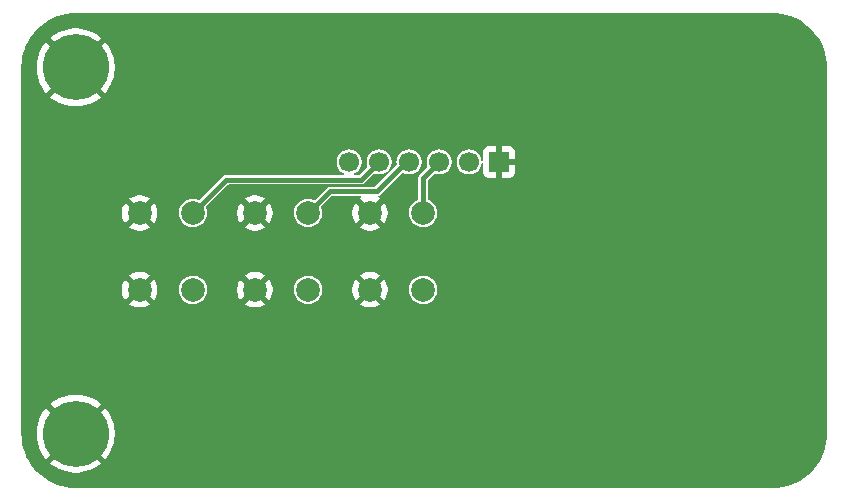
<source format=gbl>
G04 #@! TF.GenerationSoftware,KiCad,Pcbnew,9.0.0*
G04 #@! TF.CreationDate,2025-05-13T10:04:43+08:00*
G04 #@! TF.ProjectId,STEAM 2025 V4,53544541-4d20-4323-9032-352056342e6b,rev?*
G04 #@! TF.SameCoordinates,Original*
G04 #@! TF.FileFunction,Copper,L2,Bot*
G04 #@! TF.FilePolarity,Positive*
%FSLAX46Y46*%
G04 Gerber Fmt 4.6, Leading zero omitted, Abs format (unit mm)*
G04 Created by KiCad (PCBNEW 9.0.0) date 2025-05-13 10:04:43*
%MOMM*%
%LPD*%
G01*
G04 APERTURE LIST*
G04 #@! TA.AperFunction,ComponentPad*
%ADD10C,2.000000*%
G04 #@! TD*
G04 #@! TA.AperFunction,ComponentPad*
%ADD11R,1.700000X1.700000*%
G04 #@! TD*
G04 #@! TA.AperFunction,ComponentPad*
%ADD12C,1.700000*%
G04 #@! TD*
G04 #@! TA.AperFunction,ComponentPad*
%ADD13C,5.600000*%
G04 #@! TD*
G04 #@! TA.AperFunction,Conductor*
%ADD14C,0.400000*%
G04 #@! TD*
G04 #@! TA.AperFunction,Conductor*
%ADD15C,0.200000*%
G04 #@! TD*
G04 APERTURE END LIST*
D10*
X126420000Y-146320000D03*
X126420000Y-152820000D03*
X121920000Y-146320000D03*
X121920000Y-152820000D03*
D11*
X132850000Y-142000000D03*
D12*
X130310000Y-142000000D03*
X127770000Y-142000000D03*
X125230000Y-142000000D03*
X122690000Y-142000000D03*
X120150000Y-142000000D03*
D10*
X116670000Y-146320000D03*
X116670000Y-152820000D03*
X112170000Y-146320000D03*
X112170000Y-152820000D03*
X106920000Y-146320000D03*
X106920000Y-152820000D03*
X102420000Y-146320000D03*
X102420000Y-152820000D03*
D13*
X156000000Y-134000000D03*
X156000000Y-165000000D03*
X97000000Y-165000000D03*
X97000000Y-134000000D03*
D14*
X109740000Y-143500000D02*
X106920000Y-146320000D01*
X121190000Y-143500000D02*
X109740000Y-143500000D01*
X122690000Y-142000000D02*
X121190000Y-143500000D01*
X118490000Y-144500000D02*
X116670000Y-146320000D01*
X122500000Y-144500000D02*
X118490000Y-144500000D01*
X125000000Y-142000000D02*
X122500000Y-144500000D01*
D15*
X125230000Y-142000000D02*
X125000000Y-142000000D01*
D14*
X126420000Y-143350000D02*
X126420000Y-146320000D01*
X127770000Y-142000000D02*
X126420000Y-143350000D01*
D15*
X125230000Y-142000000D02*
X124450000Y-142000000D01*
X116920000Y-146070000D02*
X116920000Y-146320000D01*
G04 #@! TA.AperFunction,Conductor*
G36*
X156001603Y-129400570D02*
G01*
X156397654Y-129417861D01*
X156404075Y-129418423D01*
X156795498Y-129469956D01*
X156801844Y-129471075D01*
X157187300Y-129556528D01*
X157193504Y-129558190D01*
X157517561Y-129660365D01*
X157570042Y-129676913D01*
X157576108Y-129679121D01*
X157940844Y-129830199D01*
X157946695Y-129832927D01*
X158296884Y-130015224D01*
X158302475Y-130018452D01*
X158635442Y-130230575D01*
X158640727Y-130234275D01*
X158953936Y-130474610D01*
X158958871Y-130478750D01*
X159067564Y-130578349D01*
X159249955Y-130745479D01*
X159254520Y-130750044D01*
X159444531Y-130957404D01*
X159495687Y-131013232D01*
X159521245Y-131041123D01*
X159525391Y-131046066D01*
X159729321Y-131311832D01*
X159765721Y-131359269D01*
X159769424Y-131364557D01*
X159981547Y-131697524D01*
X159984775Y-131703115D01*
X160167072Y-132053304D01*
X160169800Y-132059155D01*
X160320878Y-132423891D01*
X160323086Y-132429957D01*
X160441804Y-132806479D01*
X160443475Y-132812715D01*
X160528923Y-133198150D01*
X160530044Y-133204507D01*
X160581575Y-133595919D01*
X160582138Y-133602350D01*
X160599430Y-133998396D01*
X160599500Y-134001624D01*
X160599500Y-164998375D01*
X160599430Y-165001603D01*
X160582138Y-165397649D01*
X160581575Y-165404080D01*
X160530044Y-165795492D01*
X160528923Y-165801849D01*
X160443475Y-166187284D01*
X160441804Y-166193520D01*
X160323086Y-166570042D01*
X160320878Y-166576108D01*
X160169800Y-166940844D01*
X160167072Y-166946695D01*
X159984775Y-167296884D01*
X159981547Y-167302475D01*
X159769424Y-167635442D01*
X159765721Y-167640730D01*
X159525394Y-167953930D01*
X159521245Y-167958876D01*
X159254520Y-168249955D01*
X159249955Y-168254520D01*
X158958876Y-168521245D01*
X158953930Y-168525394D01*
X158640730Y-168765721D01*
X158635442Y-168769424D01*
X158302475Y-168981547D01*
X158296884Y-168984775D01*
X157946695Y-169167072D01*
X157940844Y-169169800D01*
X157576108Y-169320878D01*
X157570042Y-169323086D01*
X157193520Y-169441804D01*
X157187284Y-169443475D01*
X156801849Y-169528923D01*
X156795492Y-169530044D01*
X156404080Y-169581575D01*
X156397649Y-169582138D01*
X156001603Y-169599430D01*
X155998375Y-169599500D01*
X97001625Y-169599500D01*
X96998397Y-169599430D01*
X96602350Y-169582138D01*
X96595919Y-169581575D01*
X96204507Y-169530044D01*
X96198150Y-169528923D01*
X95812715Y-169443475D01*
X95806479Y-169441804D01*
X95429957Y-169323086D01*
X95423891Y-169320878D01*
X95059155Y-169169800D01*
X95053304Y-169167072D01*
X94703115Y-168984775D01*
X94697524Y-168981547D01*
X94364557Y-168769424D01*
X94359269Y-168765721D01*
X94046069Y-168525394D01*
X94041123Y-168521245D01*
X93750044Y-168254520D01*
X93745479Y-168249955D01*
X93578349Y-168067564D01*
X93478750Y-167958871D01*
X93474605Y-167953930D01*
X93382517Y-167833919D01*
X93234275Y-167640727D01*
X93230575Y-167635442D01*
X93153678Y-167514738D01*
X93018452Y-167302475D01*
X93015224Y-167296884D01*
X92832927Y-166946695D01*
X92830199Y-166940844D01*
X92679121Y-166576108D01*
X92676913Y-166570042D01*
X92613349Y-166368443D01*
X92558190Y-166193504D01*
X92556528Y-166187300D01*
X92471075Y-165801844D01*
X92469955Y-165795492D01*
X92446085Y-165614187D01*
X92418423Y-165404075D01*
X92417861Y-165397649D01*
X92400570Y-165001603D01*
X92400500Y-164998375D01*
X92400500Y-164837881D01*
X93700000Y-164837881D01*
X93700000Y-165162118D01*
X93731781Y-165484799D01*
X93795034Y-165802797D01*
X93889157Y-166113076D01*
X93889162Y-166113090D01*
X94013232Y-166412622D01*
X94013236Y-166412630D01*
X94166080Y-166698582D01*
X94166081Y-166698584D01*
X94346213Y-166968173D01*
X94495889Y-167150553D01*
X95705746Y-165940696D01*
X95779588Y-166042330D01*
X95957670Y-166220412D01*
X96059301Y-166294251D01*
X94849444Y-167504109D01*
X95031826Y-167653786D01*
X95301415Y-167833918D01*
X95301417Y-167833919D01*
X95587369Y-167986763D01*
X95587377Y-167986767D01*
X95886909Y-168110837D01*
X95886923Y-168110842D01*
X96197202Y-168204965D01*
X96515200Y-168268218D01*
X96837882Y-168300000D01*
X97162118Y-168300000D01*
X97484799Y-168268218D01*
X97802797Y-168204965D01*
X98113076Y-168110842D01*
X98113090Y-168110837D01*
X98412622Y-167986767D01*
X98412630Y-167986763D01*
X98698582Y-167833919D01*
X98698584Y-167833918D01*
X98968173Y-167653786D01*
X99150554Y-167504109D01*
X97940697Y-166294252D01*
X98042330Y-166220412D01*
X98220412Y-166042330D01*
X98294252Y-165940697D01*
X99504109Y-167150554D01*
X99653786Y-166968173D01*
X99833918Y-166698584D01*
X99833919Y-166698582D01*
X99986763Y-166412630D01*
X99986767Y-166412622D01*
X100110837Y-166113090D01*
X100110842Y-166113076D01*
X100204965Y-165802797D01*
X100268218Y-165484799D01*
X100300000Y-165162118D01*
X100300000Y-164837881D01*
X100268218Y-164515200D01*
X100204965Y-164197202D01*
X100110842Y-163886923D01*
X100110837Y-163886909D01*
X99986767Y-163587377D01*
X99986763Y-163587369D01*
X99833919Y-163301417D01*
X99833918Y-163301415D01*
X99653786Y-163031826D01*
X99504108Y-162849444D01*
X98294251Y-164059301D01*
X98220412Y-163957670D01*
X98042330Y-163779588D01*
X97940696Y-163705747D01*
X99150554Y-162495890D01*
X98968173Y-162346213D01*
X98698584Y-162166081D01*
X98698582Y-162166080D01*
X98412630Y-162013236D01*
X98412622Y-162013232D01*
X98113090Y-161889162D01*
X98113076Y-161889157D01*
X97802797Y-161795034D01*
X97484799Y-161731781D01*
X97162118Y-161700000D01*
X96837882Y-161700000D01*
X96515200Y-161731781D01*
X96197202Y-161795034D01*
X95886923Y-161889157D01*
X95886909Y-161889162D01*
X95587377Y-162013232D01*
X95587369Y-162013236D01*
X95301417Y-162166080D01*
X95301415Y-162166081D01*
X95031822Y-162346217D01*
X94849444Y-162495889D01*
X96059302Y-163705747D01*
X95957670Y-163779588D01*
X95779588Y-163957670D01*
X95705747Y-164059302D01*
X94495889Y-162849444D01*
X94346217Y-163031822D01*
X94166081Y-163301415D01*
X94166080Y-163301417D01*
X94013236Y-163587369D01*
X94013232Y-163587377D01*
X93889162Y-163886909D01*
X93889157Y-163886923D01*
X93795034Y-164197202D01*
X93731781Y-164515200D01*
X93700000Y-164837881D01*
X92400500Y-164837881D01*
X92400500Y-152701946D01*
X100920000Y-152701946D01*
X100920000Y-152938053D01*
X100956934Y-153171248D01*
X100956937Y-153171261D01*
X101029892Y-153395792D01*
X101137082Y-153606166D01*
X101197340Y-153689105D01*
X101896212Y-152990233D01*
X101907482Y-153032292D01*
X101979890Y-153157708D01*
X102082292Y-153260110D01*
X102207708Y-153332518D01*
X102249765Y-153343787D01*
X101550893Y-154042658D01*
X101633833Y-154102917D01*
X101844207Y-154210107D01*
X102068738Y-154283062D01*
X102068751Y-154283065D01*
X102301946Y-154320000D01*
X102538054Y-154320000D01*
X102771248Y-154283065D01*
X102771261Y-154283062D01*
X102995792Y-154210107D01*
X103206170Y-154102915D01*
X103289105Y-154042659D01*
X102590234Y-153343787D01*
X102632292Y-153332518D01*
X102757708Y-153260110D01*
X102860110Y-153157708D01*
X102932518Y-153032292D01*
X102943787Y-152990233D01*
X103642659Y-153689105D01*
X103702915Y-153606170D01*
X103810107Y-153395792D01*
X103883062Y-153171261D01*
X103883065Y-153171248D01*
X103920000Y-152938053D01*
X103920000Y-152725518D01*
X105719500Y-152725518D01*
X105719500Y-152914481D01*
X105749059Y-153101115D01*
X105749062Y-153101128D01*
X105807449Y-153280824D01*
X105807452Y-153280831D01*
X105807453Y-153280832D01*
X105893240Y-153449199D01*
X106004310Y-153602073D01*
X106137927Y-153735690D01*
X106290801Y-153846760D01*
X106459168Y-153932547D01*
X106459171Y-153932547D01*
X106459175Y-153932550D01*
X106638871Y-153990937D01*
X106638877Y-153990938D01*
X106638882Y-153990940D01*
X106763306Y-154010646D01*
X106825518Y-154020500D01*
X106825519Y-154020500D01*
X107014482Y-154020500D01*
X107061140Y-154013110D01*
X107201118Y-153990940D01*
X107201125Y-153990937D01*
X107201128Y-153990937D01*
X107345343Y-153944078D01*
X107345345Y-153944078D01*
X107380826Y-153932549D01*
X107380826Y-153932548D01*
X107380832Y-153932547D01*
X107549199Y-153846760D01*
X107702073Y-153735690D01*
X107835690Y-153602073D01*
X107946760Y-153449199D01*
X108032547Y-153280832D01*
X108067405Y-153173553D01*
X108090937Y-153101128D01*
X108090937Y-153101125D01*
X108090940Y-153101118D01*
X108120500Y-152914481D01*
X108120500Y-152725519D01*
X108120500Y-152725516D01*
X108118140Y-152710615D01*
X108116767Y-152701946D01*
X110670000Y-152701946D01*
X110670000Y-152938053D01*
X110706934Y-153171248D01*
X110706937Y-153171261D01*
X110779892Y-153395792D01*
X110887082Y-153606166D01*
X110947340Y-153689105D01*
X111646212Y-152990233D01*
X111657482Y-153032292D01*
X111729890Y-153157708D01*
X111832292Y-153260110D01*
X111957708Y-153332518D01*
X111999765Y-153343787D01*
X111300893Y-154042658D01*
X111383833Y-154102917D01*
X111594207Y-154210107D01*
X111818738Y-154283062D01*
X111818751Y-154283065D01*
X112051946Y-154320000D01*
X112288054Y-154320000D01*
X112521248Y-154283065D01*
X112521261Y-154283062D01*
X112745792Y-154210107D01*
X112956170Y-154102915D01*
X113039105Y-154042659D01*
X112340234Y-153343787D01*
X112382292Y-153332518D01*
X112507708Y-153260110D01*
X112610110Y-153157708D01*
X112682518Y-153032292D01*
X112693787Y-152990233D01*
X113392659Y-153689105D01*
X113452915Y-153606170D01*
X113560107Y-153395792D01*
X113633062Y-153171261D01*
X113633065Y-153171248D01*
X113670000Y-152938053D01*
X113670000Y-152725518D01*
X115469500Y-152725518D01*
X115469500Y-152914481D01*
X115499059Y-153101115D01*
X115499062Y-153101128D01*
X115557449Y-153280824D01*
X115557452Y-153280831D01*
X115557453Y-153280832D01*
X115643240Y-153449199D01*
X115754310Y-153602073D01*
X115887927Y-153735690D01*
X116040801Y-153846760D01*
X116209168Y-153932547D01*
X116209171Y-153932547D01*
X116209175Y-153932550D01*
X116388871Y-153990937D01*
X116388877Y-153990938D01*
X116388882Y-153990940D01*
X116513306Y-154010646D01*
X116575518Y-154020500D01*
X116575519Y-154020500D01*
X116764482Y-154020500D01*
X116811140Y-154013110D01*
X116951118Y-153990940D01*
X116951125Y-153990937D01*
X116951128Y-153990937D01*
X117095343Y-153944078D01*
X117095345Y-153944078D01*
X117130826Y-153932549D01*
X117130826Y-153932548D01*
X117130832Y-153932547D01*
X117299199Y-153846760D01*
X117452073Y-153735690D01*
X117585690Y-153602073D01*
X117696760Y-153449199D01*
X117782547Y-153280832D01*
X117817405Y-153173553D01*
X117840937Y-153101128D01*
X117840937Y-153101125D01*
X117840940Y-153101118D01*
X117870500Y-152914481D01*
X117870500Y-152725519D01*
X117870500Y-152725516D01*
X117868140Y-152710615D01*
X117866767Y-152701946D01*
X120420000Y-152701946D01*
X120420000Y-152938053D01*
X120456934Y-153171248D01*
X120456937Y-153171261D01*
X120529892Y-153395792D01*
X120637082Y-153606166D01*
X120697340Y-153689105D01*
X121396212Y-152990233D01*
X121407482Y-153032292D01*
X121479890Y-153157708D01*
X121582292Y-153260110D01*
X121707708Y-153332518D01*
X121749765Y-153343787D01*
X121050893Y-154042658D01*
X121133833Y-154102917D01*
X121344207Y-154210107D01*
X121568738Y-154283062D01*
X121568751Y-154283065D01*
X121801946Y-154320000D01*
X122038054Y-154320000D01*
X122271248Y-154283065D01*
X122271261Y-154283062D01*
X122495792Y-154210107D01*
X122706170Y-154102915D01*
X122789105Y-154042659D01*
X122090234Y-153343787D01*
X122132292Y-153332518D01*
X122257708Y-153260110D01*
X122360110Y-153157708D01*
X122432518Y-153032292D01*
X122443787Y-152990233D01*
X123142659Y-153689105D01*
X123202915Y-153606170D01*
X123310107Y-153395792D01*
X123383062Y-153171261D01*
X123383065Y-153171248D01*
X123420000Y-152938053D01*
X123420000Y-152725518D01*
X125219500Y-152725518D01*
X125219500Y-152914481D01*
X125249059Y-153101115D01*
X125249062Y-153101128D01*
X125307449Y-153280824D01*
X125307452Y-153280831D01*
X125307453Y-153280832D01*
X125393240Y-153449199D01*
X125504310Y-153602073D01*
X125637927Y-153735690D01*
X125790801Y-153846760D01*
X125959168Y-153932547D01*
X125959171Y-153932547D01*
X125959175Y-153932550D01*
X126138871Y-153990937D01*
X126138877Y-153990938D01*
X126138882Y-153990940D01*
X126263306Y-154010646D01*
X126325518Y-154020500D01*
X126325519Y-154020500D01*
X126514482Y-154020500D01*
X126561140Y-154013110D01*
X126701118Y-153990940D01*
X126701125Y-153990937D01*
X126701128Y-153990937D01*
X126880824Y-153932550D01*
X126880826Y-153932548D01*
X126880832Y-153932547D01*
X127049199Y-153846760D01*
X127202073Y-153735690D01*
X127335690Y-153602073D01*
X127446760Y-153449199D01*
X127532547Y-153280832D01*
X127567405Y-153173553D01*
X127590937Y-153101128D01*
X127590937Y-153101125D01*
X127590940Y-153101118D01*
X127620500Y-152914481D01*
X127620500Y-152725519D01*
X127618139Y-152710615D01*
X127590940Y-152538884D01*
X127590937Y-152538871D01*
X127532550Y-152359175D01*
X127532547Y-152359171D01*
X127532547Y-152359168D01*
X127446760Y-152190801D01*
X127335690Y-152037927D01*
X127202073Y-151904310D01*
X127202070Y-151904307D01*
X127202068Y-151904306D01*
X127049198Y-151793239D01*
X126880824Y-151707449D01*
X126701128Y-151649062D01*
X126701115Y-151649059D01*
X126514482Y-151619500D01*
X126514481Y-151619500D01*
X126325519Y-151619500D01*
X126325518Y-151619500D01*
X126138884Y-151649059D01*
X126138871Y-151649062D01*
X125959175Y-151707449D01*
X125790801Y-151793239D01*
X125637931Y-151904306D01*
X125504306Y-152037931D01*
X125393239Y-152190801D01*
X125307449Y-152359175D01*
X125249062Y-152538871D01*
X125249059Y-152538884D01*
X125219500Y-152725518D01*
X123420000Y-152725518D01*
X123420000Y-152701946D01*
X123383065Y-152468751D01*
X123383062Y-152468738D01*
X123310107Y-152244207D01*
X123202917Y-152033833D01*
X123142658Y-151950893D01*
X122443787Y-152649764D01*
X122432518Y-152607708D01*
X122360110Y-152482292D01*
X122257708Y-152379890D01*
X122132292Y-152307482D01*
X122090232Y-152296212D01*
X122789105Y-151597340D01*
X122789106Y-151597340D01*
X122706166Y-151537082D01*
X122495792Y-151429892D01*
X122271261Y-151356937D01*
X122271248Y-151356934D01*
X122038054Y-151320000D01*
X121801946Y-151320000D01*
X121568751Y-151356934D01*
X121568738Y-151356937D01*
X121344207Y-151429892D01*
X121133828Y-151537084D01*
X121050893Y-151597339D01*
X121050893Y-151597340D01*
X121749765Y-152296212D01*
X121707708Y-152307482D01*
X121582292Y-152379890D01*
X121479890Y-152482292D01*
X121407482Y-152607708D01*
X121396212Y-152649765D01*
X120697340Y-151950893D01*
X120697339Y-151950893D01*
X120637084Y-152033828D01*
X120529892Y-152244207D01*
X120456937Y-152468738D01*
X120456934Y-152468751D01*
X120420000Y-152701946D01*
X117866767Y-152701946D01*
X117840940Y-152538884D01*
X117840937Y-152538871D01*
X117782550Y-152359175D01*
X117782547Y-152359171D01*
X117782547Y-152359168D01*
X117696760Y-152190801D01*
X117585690Y-152037927D01*
X117452073Y-151904310D01*
X117452070Y-151904307D01*
X117452068Y-151904306D01*
X117299198Y-151793239D01*
X117130826Y-151707450D01*
X117095342Y-151695921D01*
X117095341Y-151695920D01*
X116951128Y-151649062D01*
X116951115Y-151649059D01*
X116764482Y-151619500D01*
X116764481Y-151619500D01*
X116575519Y-151619500D01*
X116575518Y-151619500D01*
X116388884Y-151649059D01*
X116388871Y-151649062D01*
X116209175Y-151707449D01*
X116040801Y-151793239D01*
X115887931Y-151904306D01*
X115754306Y-152037931D01*
X115643239Y-152190801D01*
X115557449Y-152359175D01*
X115499062Y-152538871D01*
X115499059Y-152538884D01*
X115469500Y-152725518D01*
X113670000Y-152725518D01*
X113670000Y-152701946D01*
X113633065Y-152468751D01*
X113633062Y-152468738D01*
X113560107Y-152244207D01*
X113452917Y-152033833D01*
X113392658Y-151950893D01*
X112693787Y-152649764D01*
X112682518Y-152607708D01*
X112610110Y-152482292D01*
X112507708Y-152379890D01*
X112382292Y-152307482D01*
X112340232Y-152296212D01*
X113039105Y-151597340D01*
X113039106Y-151597340D01*
X112956166Y-151537082D01*
X112745792Y-151429892D01*
X112521261Y-151356937D01*
X112521248Y-151356934D01*
X112288054Y-151320000D01*
X112051946Y-151320000D01*
X111818751Y-151356934D01*
X111818738Y-151356937D01*
X111594207Y-151429892D01*
X111383828Y-151537084D01*
X111300893Y-151597339D01*
X111300893Y-151597340D01*
X111999765Y-152296212D01*
X111957708Y-152307482D01*
X111832292Y-152379890D01*
X111729890Y-152482292D01*
X111657482Y-152607708D01*
X111646212Y-152649765D01*
X110947340Y-151950893D01*
X110947339Y-151950893D01*
X110887084Y-152033828D01*
X110779892Y-152244207D01*
X110706937Y-152468738D01*
X110706934Y-152468751D01*
X110670000Y-152701946D01*
X108116767Y-152701946D01*
X108090940Y-152538884D01*
X108090937Y-152538871D01*
X108032550Y-152359175D01*
X108032547Y-152359171D01*
X108032547Y-152359168D01*
X107946760Y-152190801D01*
X107835690Y-152037927D01*
X107702073Y-151904310D01*
X107702070Y-151904307D01*
X107702068Y-151904306D01*
X107549198Y-151793239D01*
X107380826Y-151707450D01*
X107345342Y-151695921D01*
X107345341Y-151695920D01*
X107201128Y-151649062D01*
X107201115Y-151649059D01*
X107014482Y-151619500D01*
X107014481Y-151619500D01*
X106825519Y-151619500D01*
X106825518Y-151619500D01*
X106638884Y-151649059D01*
X106638871Y-151649062D01*
X106459175Y-151707449D01*
X106290801Y-151793239D01*
X106137931Y-151904306D01*
X106004306Y-152037931D01*
X105893239Y-152190801D01*
X105807449Y-152359175D01*
X105749062Y-152538871D01*
X105749059Y-152538884D01*
X105719500Y-152725518D01*
X103920000Y-152725518D01*
X103920000Y-152701946D01*
X103883065Y-152468751D01*
X103883062Y-152468738D01*
X103810107Y-152244207D01*
X103702917Y-152033833D01*
X103642658Y-151950893D01*
X102943787Y-152649764D01*
X102932518Y-152607708D01*
X102860110Y-152482292D01*
X102757708Y-152379890D01*
X102632292Y-152307482D01*
X102590232Y-152296212D01*
X103289105Y-151597340D01*
X103289106Y-151597340D01*
X103206166Y-151537082D01*
X102995792Y-151429892D01*
X102771261Y-151356937D01*
X102771248Y-151356934D01*
X102538054Y-151320000D01*
X102301946Y-151320000D01*
X102068751Y-151356934D01*
X102068738Y-151356937D01*
X101844207Y-151429892D01*
X101633828Y-151537084D01*
X101550893Y-151597339D01*
X101550893Y-151597340D01*
X102249765Y-152296212D01*
X102207708Y-152307482D01*
X102082292Y-152379890D01*
X101979890Y-152482292D01*
X101907482Y-152607708D01*
X101896212Y-152649765D01*
X101197340Y-151950893D01*
X101197339Y-151950893D01*
X101137084Y-152033828D01*
X101029892Y-152244207D01*
X100956937Y-152468738D01*
X100956934Y-152468751D01*
X100920000Y-152701946D01*
X92400500Y-152701946D01*
X92400500Y-146201946D01*
X100920000Y-146201946D01*
X100920000Y-146438053D01*
X100956934Y-146671248D01*
X100956937Y-146671261D01*
X101029892Y-146895792D01*
X101137082Y-147106166D01*
X101197340Y-147189105D01*
X101896212Y-146490233D01*
X101907482Y-146532292D01*
X101979890Y-146657708D01*
X102082292Y-146760110D01*
X102207708Y-146832518D01*
X102249765Y-146843787D01*
X101550893Y-147542658D01*
X101633833Y-147602917D01*
X101844207Y-147710107D01*
X102068738Y-147783062D01*
X102068751Y-147783065D01*
X102301946Y-147820000D01*
X102538054Y-147820000D01*
X102771248Y-147783065D01*
X102771261Y-147783062D01*
X102995792Y-147710107D01*
X103206170Y-147602915D01*
X103289105Y-147542659D01*
X102590234Y-146843787D01*
X102632292Y-146832518D01*
X102757708Y-146760110D01*
X102860110Y-146657708D01*
X102932518Y-146532292D01*
X102943787Y-146490233D01*
X103642659Y-147189105D01*
X103702915Y-147106170D01*
X103810107Y-146895792D01*
X103883062Y-146671261D01*
X103883065Y-146671248D01*
X103920000Y-146438053D01*
X103920000Y-146225518D01*
X105719500Y-146225518D01*
X105719500Y-146414481D01*
X105749059Y-146601115D01*
X105749062Y-146601128D01*
X105807449Y-146780824D01*
X105807452Y-146780831D01*
X105807453Y-146780832D01*
X105893240Y-146949199D01*
X106004310Y-147102073D01*
X106137927Y-147235690D01*
X106290801Y-147346760D01*
X106459168Y-147432547D01*
X106459171Y-147432547D01*
X106459175Y-147432550D01*
X106638871Y-147490937D01*
X106638877Y-147490938D01*
X106638882Y-147490940D01*
X106763306Y-147510646D01*
X106825518Y-147520500D01*
X106825519Y-147520500D01*
X107014482Y-147520500D01*
X107061140Y-147513110D01*
X107201118Y-147490940D01*
X107201125Y-147490937D01*
X107201128Y-147490937D01*
X107345343Y-147444078D01*
X107345345Y-147444078D01*
X107380826Y-147432549D01*
X107380826Y-147432548D01*
X107380832Y-147432547D01*
X107549199Y-147346760D01*
X107702073Y-147235690D01*
X107835690Y-147102073D01*
X107946760Y-146949199D01*
X108032547Y-146780832D01*
X108067405Y-146673553D01*
X108090937Y-146601128D01*
X108090937Y-146601125D01*
X108090940Y-146601118D01*
X108120500Y-146414481D01*
X108120500Y-146225519D01*
X108120500Y-146225516D01*
X108118140Y-146210615D01*
X108116767Y-146201946D01*
X110670000Y-146201946D01*
X110670000Y-146438053D01*
X110706934Y-146671248D01*
X110706937Y-146671261D01*
X110779892Y-146895792D01*
X110887082Y-147106166D01*
X110947340Y-147189105D01*
X111646212Y-146490233D01*
X111657482Y-146532292D01*
X111729890Y-146657708D01*
X111832292Y-146760110D01*
X111957708Y-146832518D01*
X111999765Y-146843787D01*
X111300893Y-147542658D01*
X111383833Y-147602917D01*
X111594207Y-147710107D01*
X111818738Y-147783062D01*
X111818751Y-147783065D01*
X112051946Y-147820000D01*
X112288054Y-147820000D01*
X112521248Y-147783065D01*
X112521261Y-147783062D01*
X112745792Y-147710107D01*
X112956170Y-147602915D01*
X113039105Y-147542659D01*
X112340234Y-146843787D01*
X112382292Y-146832518D01*
X112507708Y-146760110D01*
X112610110Y-146657708D01*
X112682518Y-146532292D01*
X112693787Y-146490233D01*
X113392659Y-147189105D01*
X113452915Y-147106170D01*
X113560107Y-146895792D01*
X113633062Y-146671261D01*
X113633065Y-146671248D01*
X113670000Y-146438053D01*
X113670000Y-146225518D01*
X115469500Y-146225518D01*
X115469500Y-146414481D01*
X115499059Y-146601115D01*
X115499062Y-146601128D01*
X115557449Y-146780824D01*
X115557452Y-146780831D01*
X115557453Y-146780832D01*
X115643240Y-146949199D01*
X115754310Y-147102073D01*
X115887927Y-147235690D01*
X116040801Y-147346760D01*
X116209168Y-147432547D01*
X116209171Y-147432547D01*
X116209175Y-147432550D01*
X116388871Y-147490937D01*
X116388877Y-147490938D01*
X116388882Y-147490940D01*
X116513306Y-147510646D01*
X116575518Y-147520500D01*
X116575519Y-147520500D01*
X116764482Y-147520500D01*
X116811140Y-147513110D01*
X116951118Y-147490940D01*
X116951125Y-147490937D01*
X116951128Y-147490937D01*
X117095343Y-147444078D01*
X117095345Y-147444078D01*
X117130826Y-147432549D01*
X117130826Y-147432548D01*
X117130832Y-147432547D01*
X117299199Y-147346760D01*
X117452073Y-147235690D01*
X117585690Y-147102073D01*
X117696760Y-146949199D01*
X117782547Y-146780832D01*
X117817405Y-146673553D01*
X117840937Y-146601128D01*
X117840937Y-146601125D01*
X117840940Y-146601118D01*
X117870500Y-146414481D01*
X117870500Y-146225519D01*
X117870500Y-146225516D01*
X117868140Y-146210615D01*
X117840940Y-146038884D01*
X117840937Y-146038871D01*
X117782550Y-145859176D01*
X117782548Y-145859173D01*
X117782547Y-145859168D01*
X117778155Y-145850549D01*
X117773710Y-145794090D01*
X117791761Y-145764630D01*
X118634218Y-144922174D01*
X118686544Y-144900500D01*
X121094331Y-144900500D01*
X121146657Y-144922174D01*
X121168331Y-144974500D01*
X121146657Y-145026826D01*
X121136046Y-145035190D01*
X121136181Y-145035376D01*
X121050893Y-145097339D01*
X121050893Y-145097340D01*
X121749765Y-145796212D01*
X121707708Y-145807482D01*
X121582292Y-145879890D01*
X121479890Y-145982292D01*
X121407482Y-146107708D01*
X121396212Y-146149765D01*
X120697340Y-145450893D01*
X120697339Y-145450893D01*
X120637084Y-145533828D01*
X120529892Y-145744207D01*
X120456937Y-145968738D01*
X120456934Y-145968751D01*
X120420000Y-146201946D01*
X120420000Y-146438053D01*
X120456934Y-146671248D01*
X120456937Y-146671261D01*
X120529892Y-146895792D01*
X120637082Y-147106166D01*
X120697340Y-147189105D01*
X121396212Y-146490233D01*
X121407482Y-146532292D01*
X121479890Y-146657708D01*
X121582292Y-146760110D01*
X121707708Y-146832518D01*
X121749765Y-146843787D01*
X121050893Y-147542658D01*
X121133833Y-147602917D01*
X121344207Y-147710107D01*
X121568738Y-147783062D01*
X121568751Y-147783065D01*
X121801946Y-147820000D01*
X122038054Y-147820000D01*
X122271248Y-147783065D01*
X122271261Y-147783062D01*
X122495792Y-147710107D01*
X122706170Y-147602915D01*
X122789105Y-147542659D01*
X122090234Y-146843787D01*
X122132292Y-146832518D01*
X122257708Y-146760110D01*
X122360110Y-146657708D01*
X122432518Y-146532292D01*
X122443787Y-146490233D01*
X123142659Y-147189105D01*
X123202915Y-147106170D01*
X123310107Y-146895792D01*
X123383062Y-146671261D01*
X123383065Y-146671248D01*
X123420000Y-146438053D01*
X123420000Y-146225518D01*
X125219500Y-146225518D01*
X125219500Y-146414481D01*
X125249059Y-146601115D01*
X125249062Y-146601128D01*
X125307449Y-146780824D01*
X125307452Y-146780831D01*
X125307453Y-146780832D01*
X125393240Y-146949199D01*
X125504310Y-147102073D01*
X125637927Y-147235690D01*
X125790801Y-147346760D01*
X125959168Y-147432547D01*
X125959171Y-147432547D01*
X125959175Y-147432550D01*
X126138871Y-147490937D01*
X126138877Y-147490938D01*
X126138882Y-147490940D01*
X126263306Y-147510646D01*
X126325518Y-147520500D01*
X126325519Y-147520500D01*
X126514482Y-147520500D01*
X126561140Y-147513110D01*
X126701118Y-147490940D01*
X126701125Y-147490937D01*
X126701128Y-147490937D01*
X126880824Y-147432550D01*
X126880826Y-147432548D01*
X126880832Y-147432547D01*
X127049199Y-147346760D01*
X127202073Y-147235690D01*
X127335690Y-147102073D01*
X127446760Y-146949199D01*
X127532547Y-146780832D01*
X127567405Y-146673553D01*
X127590937Y-146601128D01*
X127590937Y-146601125D01*
X127590940Y-146601118D01*
X127620500Y-146414481D01*
X127620500Y-146225519D01*
X127618139Y-146210615D01*
X127590940Y-146038884D01*
X127590937Y-146038871D01*
X127532550Y-145859175D01*
X127532547Y-145859171D01*
X127532547Y-145859168D01*
X127446760Y-145690801D01*
X127335690Y-145537927D01*
X127202073Y-145404310D01*
X127202070Y-145404307D01*
X127202068Y-145404306D01*
X127049198Y-145293239D01*
X126905278Y-145219909D01*
X126880832Y-145207453D01*
X126871629Y-145204462D01*
X126828565Y-145167680D01*
X126820500Y-145134086D01*
X126820500Y-143546544D01*
X126842173Y-143494219D01*
X127331519Y-143004872D01*
X127383844Y-142983199D01*
X127412162Y-142988831D01*
X127463580Y-143010130D01*
X127666535Y-143050500D01*
X127666536Y-143050500D01*
X127873464Y-143050500D01*
X127873465Y-143050500D01*
X128076420Y-143010130D01*
X128267598Y-142930941D01*
X128439655Y-142815977D01*
X128585977Y-142669655D01*
X128700941Y-142497598D01*
X128780130Y-142306420D01*
X128820500Y-142103465D01*
X128820500Y-141896535D01*
X129259500Y-141896535D01*
X129259500Y-142103465D01*
X129261991Y-142115989D01*
X129299868Y-142306413D01*
X129299870Y-142306420D01*
X129379059Y-142497598D01*
X129494023Y-142669655D01*
X129640345Y-142815977D01*
X129812402Y-142930941D01*
X130003580Y-143010130D01*
X130206535Y-143050500D01*
X130206536Y-143050500D01*
X130413464Y-143050500D01*
X130413465Y-143050500D01*
X130616420Y-143010130D01*
X130807598Y-142930941D01*
X130979655Y-142815977D01*
X131125977Y-142669655D01*
X131240941Y-142497598D01*
X131320130Y-142306420D01*
X131353422Y-142139047D01*
X131384888Y-142091955D01*
X131440436Y-142080906D01*
X131487529Y-142112372D01*
X131500000Y-142153484D01*
X131500000Y-142897828D01*
X131506402Y-142957375D01*
X131506403Y-142957380D01*
X131556645Y-143092087D01*
X131556646Y-143092088D01*
X131642811Y-143207188D01*
X131757911Y-143293353D01*
X131757912Y-143293354D01*
X131892619Y-143343596D01*
X131892624Y-143343597D01*
X131952171Y-143350000D01*
X132600000Y-143350000D01*
X132600000Y-142433012D01*
X132657007Y-142465925D01*
X132784174Y-142500000D01*
X132915826Y-142500000D01*
X133042993Y-142465925D01*
X133100000Y-142433012D01*
X133100000Y-143350000D01*
X133747829Y-143350000D01*
X133807375Y-143343597D01*
X133807380Y-143343596D01*
X133942087Y-143293354D01*
X133942088Y-143293353D01*
X134057188Y-143207188D01*
X134143353Y-143092088D01*
X134143354Y-143092087D01*
X134193596Y-142957380D01*
X134193597Y-142957375D01*
X134200000Y-142897828D01*
X134200000Y-142250000D01*
X133283012Y-142250000D01*
X133315925Y-142192993D01*
X133350000Y-142065826D01*
X133350000Y-141934174D01*
X133315925Y-141807007D01*
X133283012Y-141750000D01*
X134200000Y-141750000D01*
X134200000Y-141102171D01*
X134193597Y-141042624D01*
X134193596Y-141042619D01*
X134143354Y-140907912D01*
X134143353Y-140907911D01*
X134057188Y-140792811D01*
X133942088Y-140706646D01*
X133942087Y-140706645D01*
X133807380Y-140656403D01*
X133807375Y-140656402D01*
X133747829Y-140650000D01*
X133100000Y-140650000D01*
X133100000Y-141566988D01*
X133042993Y-141534075D01*
X132915826Y-141500000D01*
X132784174Y-141500000D01*
X132657007Y-141534075D01*
X132600000Y-141566988D01*
X132600000Y-140650000D01*
X131952171Y-140650000D01*
X131892624Y-140656402D01*
X131892619Y-140656403D01*
X131757912Y-140706645D01*
X131757911Y-140706646D01*
X131642811Y-140792811D01*
X131556646Y-140907911D01*
X131556645Y-140907912D01*
X131506403Y-141042619D01*
X131506402Y-141042624D01*
X131500000Y-141102171D01*
X131500000Y-141846515D01*
X131478326Y-141898841D01*
X131426000Y-141920515D01*
X131373674Y-141898841D01*
X131353422Y-141860951D01*
X131342692Y-141807007D01*
X131320130Y-141693580D01*
X131240941Y-141502402D01*
X131125977Y-141330345D01*
X130979655Y-141184023D01*
X130807598Y-141069059D01*
X130616420Y-140989870D01*
X130616413Y-140989868D01*
X130463516Y-140959455D01*
X130413465Y-140949500D01*
X130206535Y-140949500D01*
X130166385Y-140957486D01*
X130003586Y-140989868D01*
X130003579Y-140989870D01*
X129812401Y-141069059D01*
X129640345Y-141184022D01*
X129640344Y-141184024D01*
X129494024Y-141330344D01*
X129494022Y-141330345D01*
X129379059Y-141502401D01*
X129299870Y-141693579D01*
X129299868Y-141693586D01*
X129268305Y-141852269D01*
X129259500Y-141896535D01*
X128820500Y-141896535D01*
X128780130Y-141693580D01*
X128700941Y-141502402D01*
X128585977Y-141330345D01*
X128439655Y-141184023D01*
X128267598Y-141069059D01*
X128076420Y-140989870D01*
X128076413Y-140989868D01*
X127923516Y-140959455D01*
X127873465Y-140949500D01*
X127666535Y-140949500D01*
X127626385Y-140957486D01*
X127463586Y-140989868D01*
X127463579Y-140989870D01*
X127272401Y-141069059D01*
X127100345Y-141184022D01*
X127100344Y-141184024D01*
X126954024Y-141330344D01*
X126954022Y-141330345D01*
X126839059Y-141502401D01*
X126759870Y-141693579D01*
X126759868Y-141693586D01*
X126728305Y-141852269D01*
X126719500Y-141896535D01*
X126719500Y-142103465D01*
X126721991Y-142115989D01*
X126759868Y-142306413D01*
X126759871Y-142306424D01*
X126781167Y-142357836D01*
X126781167Y-142414473D01*
X126765126Y-142438480D01*
X126099517Y-143104090D01*
X126046795Y-143195407D01*
X126046791Y-143195416D01*
X126031070Y-143254087D01*
X126031071Y-143254088D01*
X126020551Y-143293353D01*
X126019500Y-143297274D01*
X126019500Y-145134086D01*
X125997826Y-145186412D01*
X125968371Y-145204462D01*
X125959168Y-145207453D01*
X125959166Y-145207453D01*
X125959166Y-145207454D01*
X125790801Y-145293239D01*
X125637931Y-145404306D01*
X125504306Y-145537931D01*
X125393239Y-145690801D01*
X125307449Y-145859175D01*
X125249062Y-146038871D01*
X125249059Y-146038884D01*
X125219500Y-146225518D01*
X123420000Y-146225518D01*
X123420000Y-146201946D01*
X123383065Y-145968751D01*
X123383062Y-145968738D01*
X123310107Y-145744207D01*
X123202917Y-145533833D01*
X123142658Y-145450893D01*
X122443787Y-146149764D01*
X122432518Y-146107708D01*
X122360110Y-145982292D01*
X122257708Y-145879890D01*
X122132292Y-145807482D01*
X122090232Y-145796212D01*
X122789105Y-145097340D01*
X122789106Y-145097340D01*
X122706166Y-145037082D01*
X122648656Y-145007780D01*
X122611873Y-144964713D01*
X122616316Y-144908250D01*
X122650812Y-144876366D01*
X122650388Y-144875632D01*
X122653636Y-144873756D01*
X122653942Y-144873474D01*
X122654576Y-144873210D01*
X122654588Y-144873207D01*
X122745913Y-144820480D01*
X124631342Y-142935049D01*
X124683667Y-142913376D01*
X124724781Y-142925849D01*
X124732402Y-142930941D01*
X124923580Y-143010130D01*
X125126535Y-143050500D01*
X125126536Y-143050500D01*
X125333464Y-143050500D01*
X125333465Y-143050500D01*
X125536420Y-143010130D01*
X125727598Y-142930941D01*
X125899655Y-142815977D01*
X126045977Y-142669655D01*
X126160941Y-142497598D01*
X126240130Y-142306420D01*
X126280500Y-142103465D01*
X126280500Y-141896535D01*
X126240130Y-141693580D01*
X126160941Y-141502402D01*
X126045977Y-141330345D01*
X125899655Y-141184023D01*
X125727598Y-141069059D01*
X125536420Y-140989870D01*
X125536413Y-140989868D01*
X125383516Y-140959455D01*
X125333465Y-140949500D01*
X125126535Y-140949500D01*
X125086385Y-140957486D01*
X124923586Y-140989868D01*
X124923579Y-140989870D01*
X124732401Y-141069059D01*
X124560345Y-141184022D01*
X124560344Y-141184024D01*
X124414024Y-141330344D01*
X124414022Y-141330345D01*
X124299059Y-141502401D01*
X124219869Y-141693581D01*
X124219868Y-141693584D01*
X124190687Y-141840287D01*
X124182196Y-141862847D01*
X124169981Y-141884005D01*
X124169978Y-141884012D01*
X124149500Y-141960435D01*
X124149500Y-142039564D01*
X124169977Y-142115985D01*
X124169978Y-142115987D01*
X124169979Y-142115989D01*
X124182197Y-142137152D01*
X124190687Y-142159712D01*
X124196775Y-142190320D01*
X124185725Y-142245869D01*
X124176523Y-142257082D01*
X122355781Y-144077826D01*
X122303455Y-144099500D01*
X118547273Y-144099500D01*
X118547257Y-144099499D01*
X118542727Y-144099499D01*
X118437273Y-144099499D01*
X118437271Y-144099499D01*
X118335416Y-144126791D01*
X118335411Y-144126793D01*
X118244086Y-144179520D01*
X118169518Y-144254089D01*
X117225370Y-145198235D01*
X117173044Y-145219909D01*
X117139448Y-145211843D01*
X117130835Y-145207454D01*
X117130826Y-145207450D01*
X116951128Y-145149062D01*
X116951115Y-145149059D01*
X116764482Y-145119500D01*
X116764481Y-145119500D01*
X116575519Y-145119500D01*
X116575518Y-145119500D01*
X116388884Y-145149059D01*
X116388871Y-145149062D01*
X116209175Y-145207449D01*
X116040801Y-145293239D01*
X115887931Y-145404306D01*
X115754306Y-145537931D01*
X115643239Y-145690801D01*
X115557449Y-145859175D01*
X115499062Y-146038871D01*
X115499059Y-146038884D01*
X115469500Y-146225518D01*
X113670000Y-146225518D01*
X113670000Y-146201946D01*
X113633065Y-145968751D01*
X113633062Y-145968738D01*
X113560107Y-145744207D01*
X113452917Y-145533833D01*
X113392658Y-145450893D01*
X112693787Y-146149764D01*
X112682518Y-146107708D01*
X112610110Y-145982292D01*
X112507708Y-145879890D01*
X112382292Y-145807482D01*
X112340232Y-145796212D01*
X113039105Y-145097340D01*
X113039106Y-145097340D01*
X112956166Y-145037082D01*
X112745792Y-144929892D01*
X112521261Y-144856937D01*
X112521248Y-144856934D01*
X112288054Y-144820000D01*
X112051946Y-144820000D01*
X111818751Y-144856934D01*
X111818738Y-144856937D01*
X111594207Y-144929892D01*
X111383828Y-145037084D01*
X111300893Y-145097339D01*
X111300893Y-145097340D01*
X111999765Y-145796212D01*
X111957708Y-145807482D01*
X111832292Y-145879890D01*
X111729890Y-145982292D01*
X111657482Y-146107708D01*
X111646212Y-146149765D01*
X110947340Y-145450893D01*
X110947339Y-145450893D01*
X110887084Y-145533828D01*
X110779892Y-145744207D01*
X110706937Y-145968738D01*
X110706934Y-145968751D01*
X110670000Y-146201946D01*
X108116767Y-146201946D01*
X108090940Y-146038884D01*
X108090937Y-146038871D01*
X108032550Y-145859176D01*
X108032548Y-145859173D01*
X108032547Y-145859168D01*
X108028155Y-145850549D01*
X108023710Y-145794090D01*
X108041761Y-145764630D01*
X109884219Y-143922174D01*
X109936545Y-143900500D01*
X121242726Y-143900500D01*
X121242727Y-143900500D01*
X121344588Y-143873207D01*
X121435913Y-143820480D01*
X122251519Y-143004872D01*
X122303844Y-142983199D01*
X122332162Y-142988831D01*
X122383580Y-143010130D01*
X122586535Y-143050500D01*
X122586536Y-143050500D01*
X122793464Y-143050500D01*
X122793465Y-143050500D01*
X122996420Y-143010130D01*
X123187598Y-142930941D01*
X123359655Y-142815977D01*
X123505977Y-142669655D01*
X123620941Y-142497598D01*
X123700130Y-142306420D01*
X123740500Y-142103465D01*
X123740500Y-141896535D01*
X123700130Y-141693580D01*
X123620941Y-141502402D01*
X123505977Y-141330345D01*
X123359655Y-141184023D01*
X123187598Y-141069059D01*
X122996420Y-140989870D01*
X122996413Y-140989868D01*
X122843516Y-140959455D01*
X122793465Y-140949500D01*
X122586535Y-140949500D01*
X122546385Y-140957486D01*
X122383586Y-140989868D01*
X122383579Y-140989870D01*
X122192401Y-141069059D01*
X122020345Y-141184022D01*
X122020344Y-141184024D01*
X121874024Y-141330344D01*
X121874022Y-141330345D01*
X121759059Y-141502401D01*
X121679870Y-141693579D01*
X121679868Y-141693586D01*
X121648305Y-141852269D01*
X121639500Y-141896535D01*
X121639500Y-142103465D01*
X121641991Y-142115989D01*
X121679868Y-142306413D01*
X121679871Y-142306424D01*
X121701167Y-142357836D01*
X121701167Y-142414473D01*
X121685126Y-142438480D01*
X121045781Y-143077826D01*
X120993455Y-143099500D01*
X120612684Y-143099500D01*
X120560358Y-143077826D01*
X120538684Y-143025500D01*
X120560358Y-142973174D01*
X120584365Y-142957133D01*
X120647598Y-142930941D01*
X120819655Y-142815977D01*
X120965977Y-142669655D01*
X121080941Y-142497598D01*
X121160130Y-142306420D01*
X121200500Y-142103465D01*
X121200500Y-141896535D01*
X121160130Y-141693580D01*
X121080941Y-141502402D01*
X120965977Y-141330345D01*
X120819655Y-141184023D01*
X120647598Y-141069059D01*
X120456420Y-140989870D01*
X120456413Y-140989868D01*
X120303516Y-140959455D01*
X120253465Y-140949500D01*
X120046535Y-140949500D01*
X120006385Y-140957486D01*
X119843586Y-140989868D01*
X119843579Y-140989870D01*
X119652401Y-141069059D01*
X119480345Y-141184022D01*
X119480344Y-141184024D01*
X119334024Y-141330344D01*
X119334022Y-141330345D01*
X119219059Y-141502401D01*
X119139870Y-141693579D01*
X119139868Y-141693586D01*
X119108305Y-141852269D01*
X119099500Y-141896535D01*
X119099500Y-142103465D01*
X119101991Y-142115989D01*
X119139868Y-142306413D01*
X119139870Y-142306420D01*
X119219059Y-142497598D01*
X119334023Y-142669655D01*
X119480345Y-142815977D01*
X119652402Y-142930941D01*
X119715635Y-142957133D01*
X119755683Y-142997182D01*
X119755683Y-143053819D01*
X119715634Y-143093867D01*
X119687316Y-143099500D01*
X109792727Y-143099500D01*
X109687273Y-143099500D01*
X109670154Y-143104087D01*
X109585411Y-143126793D01*
X109585407Y-143126795D01*
X109494090Y-143179517D01*
X107475370Y-145198235D01*
X107423044Y-145219909D01*
X107389448Y-145211843D01*
X107380835Y-145207454D01*
X107380826Y-145207450D01*
X107201128Y-145149062D01*
X107201115Y-145149059D01*
X107014482Y-145119500D01*
X107014481Y-145119500D01*
X106825519Y-145119500D01*
X106825518Y-145119500D01*
X106638884Y-145149059D01*
X106638871Y-145149062D01*
X106459175Y-145207449D01*
X106290801Y-145293239D01*
X106137931Y-145404306D01*
X106004306Y-145537931D01*
X105893239Y-145690801D01*
X105807449Y-145859175D01*
X105749062Y-146038871D01*
X105749059Y-146038884D01*
X105719500Y-146225518D01*
X103920000Y-146225518D01*
X103920000Y-146201946D01*
X103883065Y-145968751D01*
X103883062Y-145968738D01*
X103810107Y-145744207D01*
X103702917Y-145533833D01*
X103642658Y-145450893D01*
X102943787Y-146149764D01*
X102932518Y-146107708D01*
X102860110Y-145982292D01*
X102757708Y-145879890D01*
X102632292Y-145807482D01*
X102590232Y-145796212D01*
X103289105Y-145097340D01*
X103289106Y-145097340D01*
X103206166Y-145037082D01*
X102995792Y-144929892D01*
X102771261Y-144856937D01*
X102771248Y-144856934D01*
X102538054Y-144820000D01*
X102301946Y-144820000D01*
X102068751Y-144856934D01*
X102068738Y-144856937D01*
X101844207Y-144929892D01*
X101633828Y-145037084D01*
X101550893Y-145097339D01*
X101550893Y-145097340D01*
X102249765Y-145796212D01*
X102207708Y-145807482D01*
X102082292Y-145879890D01*
X101979890Y-145982292D01*
X101907482Y-146107708D01*
X101896212Y-146149765D01*
X101197340Y-145450893D01*
X101197339Y-145450893D01*
X101137084Y-145533828D01*
X101029892Y-145744207D01*
X100956937Y-145968738D01*
X100956934Y-145968751D01*
X100920000Y-146201946D01*
X92400500Y-146201946D01*
X92400500Y-134001624D01*
X92400570Y-133998396D01*
X92407578Y-133837881D01*
X93700000Y-133837881D01*
X93700000Y-134162118D01*
X93731781Y-134484799D01*
X93795034Y-134802797D01*
X93889157Y-135113076D01*
X93889162Y-135113090D01*
X94013232Y-135412622D01*
X94013236Y-135412630D01*
X94166080Y-135698582D01*
X94166081Y-135698584D01*
X94346213Y-135968173D01*
X94495889Y-136150553D01*
X95705746Y-134940696D01*
X95779588Y-135042330D01*
X95957670Y-135220412D01*
X96059301Y-135294251D01*
X94849444Y-136504109D01*
X95031826Y-136653786D01*
X95301415Y-136833918D01*
X95301417Y-136833919D01*
X95587369Y-136986763D01*
X95587377Y-136986767D01*
X95886909Y-137110837D01*
X95886923Y-137110842D01*
X96197202Y-137204965D01*
X96515200Y-137268218D01*
X96837882Y-137300000D01*
X97162118Y-137300000D01*
X97484799Y-137268218D01*
X97802797Y-137204965D01*
X98113076Y-137110842D01*
X98113090Y-137110837D01*
X98412622Y-136986767D01*
X98412630Y-136986763D01*
X98698582Y-136833919D01*
X98698584Y-136833918D01*
X98968173Y-136653786D01*
X99150554Y-136504109D01*
X97940697Y-135294252D01*
X98042330Y-135220412D01*
X98220412Y-135042330D01*
X98294252Y-134940697D01*
X99504109Y-136150554D01*
X99653786Y-135968173D01*
X99833918Y-135698584D01*
X99833919Y-135698582D01*
X99986763Y-135412630D01*
X99986767Y-135412622D01*
X100110837Y-135113090D01*
X100110842Y-135113076D01*
X100204965Y-134802797D01*
X100268218Y-134484799D01*
X100300000Y-134162118D01*
X100300000Y-133837881D01*
X100268218Y-133515200D01*
X100204965Y-133197202D01*
X100110842Y-132886923D01*
X100110837Y-132886909D01*
X99986767Y-132587377D01*
X99986763Y-132587369D01*
X99833919Y-132301417D01*
X99833918Y-132301415D01*
X99653786Y-132031826D01*
X99504108Y-131849444D01*
X98294251Y-133059301D01*
X98220412Y-132957670D01*
X98042330Y-132779588D01*
X97940696Y-132705747D01*
X99150554Y-131495890D01*
X98968173Y-131346213D01*
X98698584Y-131166081D01*
X98698582Y-131166080D01*
X98412630Y-131013236D01*
X98412622Y-131013232D01*
X98113090Y-130889162D01*
X98113076Y-130889157D01*
X97802797Y-130795034D01*
X97484799Y-130731781D01*
X97162118Y-130700000D01*
X96837882Y-130700000D01*
X96515200Y-130731781D01*
X96197202Y-130795034D01*
X95886923Y-130889157D01*
X95886909Y-130889162D01*
X95587377Y-131013232D01*
X95587369Y-131013236D01*
X95301417Y-131166080D01*
X95301415Y-131166081D01*
X95031822Y-131346217D01*
X94849444Y-131495889D01*
X96059302Y-132705747D01*
X95957670Y-132779588D01*
X95779588Y-132957670D01*
X95705747Y-133059302D01*
X94495889Y-131849444D01*
X94346217Y-132031822D01*
X94166081Y-132301415D01*
X94166080Y-132301417D01*
X94013236Y-132587369D01*
X94013232Y-132587377D01*
X93889162Y-132886909D01*
X93889157Y-132886923D01*
X93795034Y-133197202D01*
X93731781Y-133515200D01*
X93700000Y-133837881D01*
X92407578Y-133837881D01*
X92407798Y-133832836D01*
X92417861Y-133602350D01*
X92418424Y-133595919D01*
X92429051Y-133515200D01*
X92469956Y-133204497D01*
X92471076Y-133198150D01*
X92556529Y-132812693D01*
X92558188Y-132806501D01*
X92676914Y-132429953D01*
X92679121Y-132423891D01*
X92830199Y-132059155D01*
X92832927Y-132053304D01*
X92939050Y-131849444D01*
X93015229Y-131703104D01*
X93018445Y-131697534D01*
X93230584Y-131364542D01*
X93234267Y-131359283D01*
X93474619Y-131046052D01*
X93478740Y-131041139D01*
X93745482Y-130750040D01*
X93750044Y-130745479D01*
X93799676Y-130700000D01*
X94041139Y-130478740D01*
X94046052Y-130474619D01*
X94359283Y-130234267D01*
X94364542Y-130230584D01*
X94697534Y-130018445D01*
X94703104Y-130015229D01*
X95053311Y-129832923D01*
X95059148Y-129830201D01*
X95423896Y-129679119D01*
X95429953Y-129676914D01*
X95806501Y-129558188D01*
X95812693Y-129556529D01*
X96198159Y-129471074D01*
X96204497Y-129469956D01*
X96595926Y-129418423D01*
X96602343Y-129417861D01*
X96998397Y-129400570D01*
X97001625Y-129400500D01*
X97057583Y-129400500D01*
X155942417Y-129400500D01*
X155998375Y-129400500D01*
X156001603Y-129400570D01*
G37*
G04 #@! TD.AperFunction*
M02*

</source>
